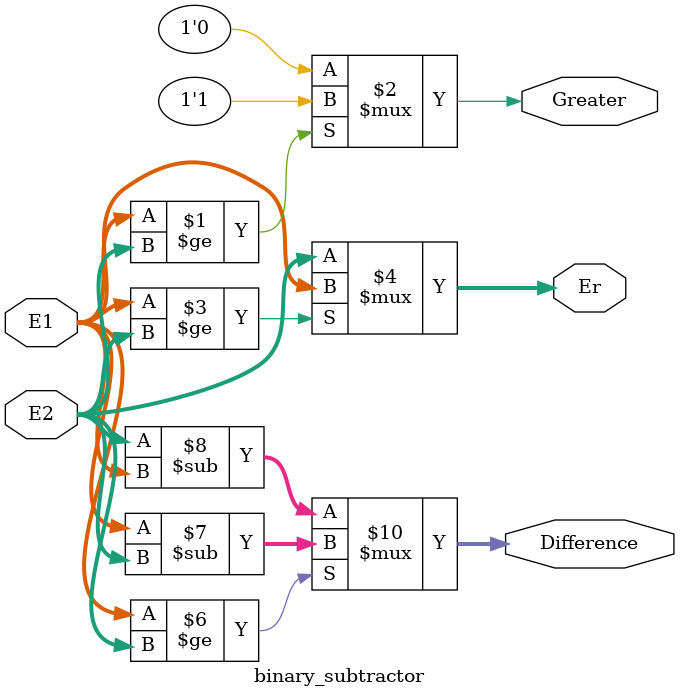
<source format=v>
`timescale 1ns / 1ps
`default_nettype none
module binary_subtractor(
    input wire  [7:0] E1,
    input wire  [7:0] E2,
    output wire       Greater,
    output reg  [7:0] Difference,
    output wire [7:0] Er
    );
assign Greater = (E1>=E2) ? 1'b1  : 1'b0;
assign Er      = (E1>=E2) ? E1    : E2;


always@(*)
 begin
   if(E1>=E2)
	  begin
	  Difference=E1-E2;
	  end
   else
     begin
	  Difference=E2-E1;
     end	  
 end


endmodule
`resetall
</source>
